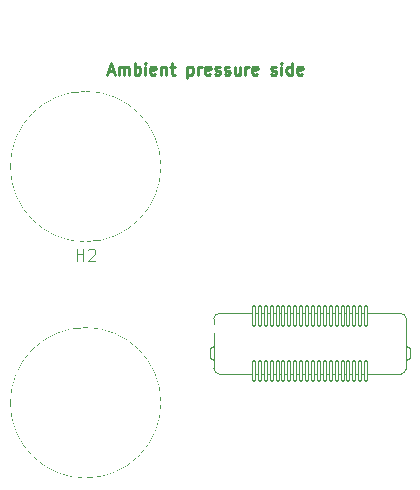
<source format=gbr>
%TF.GenerationSoftware,KiCad,Pcbnew,7.0.2*%
%TF.CreationDate,2023-11-07T11:53:16-07:00*%
%TF.ProjectId,Gateway06,47617465-7761-4793-9036-2e6b69636164,rev?*%
%TF.SameCoordinates,Original*%
%TF.FileFunction,Legend,Top*%
%TF.FilePolarity,Positive*%
%FSLAX46Y46*%
G04 Gerber Fmt 4.6, Leading zero omitted, Abs format (unit mm)*
G04 Created by KiCad (PCBNEW 7.0.2) date 2023-11-07 11:53:16*
%MOMM*%
%LPD*%
G01*
G04 APERTURE LIST*
G04 Aperture macros list*
%AMRoundRect*
0 Rectangle with rounded corners*
0 $1 Rounding radius*
0 $2 $3 $4 $5 $6 $7 $8 $9 X,Y pos of 4 corners*
0 Add a 4 corners polygon primitive as box body*
4,1,4,$2,$3,$4,$5,$6,$7,$8,$9,$2,$3,0*
0 Add four circle primitives for the rounded corners*
1,1,$1+$1,$2,$3*
1,1,$1+$1,$4,$5*
1,1,$1+$1,$6,$7*
1,1,$1+$1,$8,$9*
0 Add four rect primitives between the rounded corners*
20,1,$1+$1,$2,$3,$4,$5,0*
20,1,$1+$1,$4,$5,$6,$7,0*
20,1,$1+$1,$6,$7,$8,$9,0*
20,1,$1+$1,$8,$9,$2,$3,0*%
G04 Aperture macros list end*
%ADD10C,0.250000*%
%ADD11C,0.100000*%
%ADD12C,0.120000*%
%ADD13C,3.200000*%
%ADD14C,2.150000*%
%ADD15C,1.600000*%
%ADD16C,1.450000*%
%ADD17RoundRect,0.050000X-0.125000X-0.850000X0.125000X-0.850000X0.125000X0.850000X-0.125000X0.850000X0*%
G04 APERTURE END LIST*
D10*
X-8090095Y18073095D02*
X-7613905Y18073095D01*
X-8185333Y17787380D02*
X-7852000Y18787380D01*
X-7852000Y18787380D02*
X-7518667Y17787380D01*
X-7185333Y17787380D02*
X-7185333Y18454047D01*
X-7185333Y18358809D02*
X-7137714Y18406428D01*
X-7137714Y18406428D02*
X-7042476Y18454047D01*
X-7042476Y18454047D02*
X-6899619Y18454047D01*
X-6899619Y18454047D02*
X-6804381Y18406428D01*
X-6804381Y18406428D02*
X-6756762Y18311190D01*
X-6756762Y18311190D02*
X-6756762Y17787380D01*
X-6756762Y18311190D02*
X-6709143Y18406428D01*
X-6709143Y18406428D02*
X-6613905Y18454047D01*
X-6613905Y18454047D02*
X-6471048Y18454047D01*
X-6471048Y18454047D02*
X-6375809Y18406428D01*
X-6375809Y18406428D02*
X-6328190Y18311190D01*
X-6328190Y18311190D02*
X-6328190Y17787380D01*
X-5852000Y17787380D02*
X-5852000Y18787380D01*
X-5852000Y18406428D02*
X-5756762Y18454047D01*
X-5756762Y18454047D02*
X-5566286Y18454047D01*
X-5566286Y18454047D02*
X-5471048Y18406428D01*
X-5471048Y18406428D02*
X-5423429Y18358809D01*
X-5423429Y18358809D02*
X-5375810Y18263571D01*
X-5375810Y18263571D02*
X-5375810Y17977857D01*
X-5375810Y17977857D02*
X-5423429Y17882619D01*
X-5423429Y17882619D02*
X-5471048Y17835000D01*
X-5471048Y17835000D02*
X-5566286Y17787380D01*
X-5566286Y17787380D02*
X-5756762Y17787380D01*
X-5756762Y17787380D02*
X-5852000Y17835000D01*
X-4947238Y17787380D02*
X-4947238Y18454047D01*
X-4947238Y18787380D02*
X-4994857Y18739761D01*
X-4994857Y18739761D02*
X-4947238Y18692142D01*
X-4947238Y18692142D02*
X-4899619Y18739761D01*
X-4899619Y18739761D02*
X-4947238Y18787380D01*
X-4947238Y18787380D02*
X-4947238Y18692142D01*
X-4090096Y17835000D02*
X-4185334Y17787380D01*
X-4185334Y17787380D02*
X-4375810Y17787380D01*
X-4375810Y17787380D02*
X-4471048Y17835000D01*
X-4471048Y17835000D02*
X-4518667Y17930238D01*
X-4518667Y17930238D02*
X-4518667Y18311190D01*
X-4518667Y18311190D02*
X-4471048Y18406428D01*
X-4471048Y18406428D02*
X-4375810Y18454047D01*
X-4375810Y18454047D02*
X-4185334Y18454047D01*
X-4185334Y18454047D02*
X-4090096Y18406428D01*
X-4090096Y18406428D02*
X-4042477Y18311190D01*
X-4042477Y18311190D02*
X-4042477Y18215952D01*
X-4042477Y18215952D02*
X-4518667Y18120714D01*
X-3613905Y18454047D02*
X-3613905Y17787380D01*
X-3613905Y18358809D02*
X-3566286Y18406428D01*
X-3566286Y18406428D02*
X-3471048Y18454047D01*
X-3471048Y18454047D02*
X-3328191Y18454047D01*
X-3328191Y18454047D02*
X-3232953Y18406428D01*
X-3232953Y18406428D02*
X-3185334Y18311190D01*
X-3185334Y18311190D02*
X-3185334Y17787380D01*
X-2852000Y18454047D02*
X-2471048Y18454047D01*
X-2709143Y18787380D02*
X-2709143Y17930238D01*
X-2709143Y17930238D02*
X-2661524Y17835000D01*
X-2661524Y17835000D02*
X-2566286Y17787380D01*
X-2566286Y17787380D02*
X-2471048Y17787380D01*
X-1375809Y18454047D02*
X-1375809Y17454047D01*
X-1375809Y18406428D02*
X-1280571Y18454047D01*
X-1280571Y18454047D02*
X-1090095Y18454047D01*
X-1090095Y18454047D02*
X-994857Y18406428D01*
X-994857Y18406428D02*
X-947238Y18358809D01*
X-947238Y18358809D02*
X-899619Y18263571D01*
X-899619Y18263571D02*
X-899619Y17977857D01*
X-899619Y17977857D02*
X-947238Y17882619D01*
X-947238Y17882619D02*
X-994857Y17835000D01*
X-994857Y17835000D02*
X-1090095Y17787380D01*
X-1090095Y17787380D02*
X-1280571Y17787380D01*
X-1280571Y17787380D02*
X-1375809Y17835000D01*
X-471047Y17787380D02*
X-471047Y18454047D01*
X-471047Y18263571D02*
X-423428Y18358809D01*
X-423428Y18358809D02*
X-375809Y18406428D01*
X-375809Y18406428D02*
X-280571Y18454047D01*
X-280571Y18454047D02*
X-185333Y18454047D01*
X528952Y17835000D02*
X433714Y17787380D01*
X433714Y17787380D02*
X243238Y17787380D01*
X243238Y17787380D02*
X148000Y17835000D01*
X148000Y17835000D02*
X100381Y17930238D01*
X100381Y17930238D02*
X100381Y18311190D01*
X100381Y18311190D02*
X148000Y18406428D01*
X148000Y18406428D02*
X243238Y18454047D01*
X243238Y18454047D02*
X433714Y18454047D01*
X433714Y18454047D02*
X528952Y18406428D01*
X528952Y18406428D02*
X576571Y18311190D01*
X576571Y18311190D02*
X576571Y18215952D01*
X576571Y18215952D02*
X100381Y18120714D01*
X957524Y17835000D02*
X1052762Y17787380D01*
X1052762Y17787380D02*
X1243238Y17787380D01*
X1243238Y17787380D02*
X1338476Y17835000D01*
X1338476Y17835000D02*
X1386095Y17930238D01*
X1386095Y17930238D02*
X1386095Y17977857D01*
X1386095Y17977857D02*
X1338476Y18073095D01*
X1338476Y18073095D02*
X1243238Y18120714D01*
X1243238Y18120714D02*
X1100381Y18120714D01*
X1100381Y18120714D02*
X1005143Y18168333D01*
X1005143Y18168333D02*
X957524Y18263571D01*
X957524Y18263571D02*
X957524Y18311190D01*
X957524Y18311190D02*
X1005143Y18406428D01*
X1005143Y18406428D02*
X1100381Y18454047D01*
X1100381Y18454047D02*
X1243238Y18454047D01*
X1243238Y18454047D02*
X1338476Y18406428D01*
X1767048Y17835000D02*
X1862286Y17787380D01*
X1862286Y17787380D02*
X2052762Y17787380D01*
X2052762Y17787380D02*
X2148000Y17835000D01*
X2148000Y17835000D02*
X2195619Y17930238D01*
X2195619Y17930238D02*
X2195619Y17977857D01*
X2195619Y17977857D02*
X2148000Y18073095D01*
X2148000Y18073095D02*
X2052762Y18120714D01*
X2052762Y18120714D02*
X1909905Y18120714D01*
X1909905Y18120714D02*
X1814667Y18168333D01*
X1814667Y18168333D02*
X1767048Y18263571D01*
X1767048Y18263571D02*
X1767048Y18311190D01*
X1767048Y18311190D02*
X1814667Y18406428D01*
X1814667Y18406428D02*
X1909905Y18454047D01*
X1909905Y18454047D02*
X2052762Y18454047D01*
X2052762Y18454047D02*
X2148000Y18406428D01*
X3052762Y18454047D02*
X3052762Y17787380D01*
X2624191Y18454047D02*
X2624191Y17930238D01*
X2624191Y17930238D02*
X2671810Y17835000D01*
X2671810Y17835000D02*
X2767048Y17787380D01*
X2767048Y17787380D02*
X2909905Y17787380D01*
X2909905Y17787380D02*
X3005143Y17835000D01*
X3005143Y17835000D02*
X3052762Y17882619D01*
X3528953Y17787380D02*
X3528953Y18454047D01*
X3528953Y18263571D02*
X3576572Y18358809D01*
X3576572Y18358809D02*
X3624191Y18406428D01*
X3624191Y18406428D02*
X3719429Y18454047D01*
X3719429Y18454047D02*
X3814667Y18454047D01*
X4528953Y17835000D02*
X4433715Y17787380D01*
X4433715Y17787380D02*
X4243239Y17787380D01*
X4243239Y17787380D02*
X4148001Y17835000D01*
X4148001Y17835000D02*
X4100382Y17930238D01*
X4100382Y17930238D02*
X4100382Y18311190D01*
X4100382Y18311190D02*
X4148001Y18406428D01*
X4148001Y18406428D02*
X4243239Y18454047D01*
X4243239Y18454047D02*
X4433715Y18454047D01*
X4433715Y18454047D02*
X4528953Y18406428D01*
X4528953Y18406428D02*
X4576572Y18311190D01*
X4576572Y18311190D02*
X4576572Y18215952D01*
X4576572Y18215952D02*
X4100382Y18120714D01*
X5719430Y17835000D02*
X5814668Y17787380D01*
X5814668Y17787380D02*
X6005144Y17787380D01*
X6005144Y17787380D02*
X6100382Y17835000D01*
X6100382Y17835000D02*
X6148001Y17930238D01*
X6148001Y17930238D02*
X6148001Y17977857D01*
X6148001Y17977857D02*
X6100382Y18073095D01*
X6100382Y18073095D02*
X6005144Y18120714D01*
X6005144Y18120714D02*
X5862287Y18120714D01*
X5862287Y18120714D02*
X5767049Y18168333D01*
X5767049Y18168333D02*
X5719430Y18263571D01*
X5719430Y18263571D02*
X5719430Y18311190D01*
X5719430Y18311190D02*
X5767049Y18406428D01*
X5767049Y18406428D02*
X5862287Y18454047D01*
X5862287Y18454047D02*
X6005144Y18454047D01*
X6005144Y18454047D02*
X6100382Y18406428D01*
X6576573Y17787380D02*
X6576573Y18454047D01*
X6576573Y18787380D02*
X6528954Y18739761D01*
X6528954Y18739761D02*
X6576573Y18692142D01*
X6576573Y18692142D02*
X6624192Y18739761D01*
X6624192Y18739761D02*
X6576573Y18787380D01*
X6576573Y18787380D02*
X6576573Y18692142D01*
X7481334Y17787380D02*
X7481334Y18787380D01*
X7481334Y17835000D02*
X7386096Y17787380D01*
X7386096Y17787380D02*
X7195620Y17787380D01*
X7195620Y17787380D02*
X7100382Y17835000D01*
X7100382Y17835000D02*
X7052763Y17882619D01*
X7052763Y17882619D02*
X7005144Y17977857D01*
X7005144Y17977857D02*
X7005144Y18263571D01*
X7005144Y18263571D02*
X7052763Y18358809D01*
X7052763Y18358809D02*
X7100382Y18406428D01*
X7100382Y18406428D02*
X7195620Y18454047D01*
X7195620Y18454047D02*
X7386096Y18454047D01*
X7386096Y18454047D02*
X7481334Y18406428D01*
X8338477Y17835000D02*
X8243239Y17787380D01*
X8243239Y17787380D02*
X8052763Y17787380D01*
X8052763Y17787380D02*
X7957525Y17835000D01*
X7957525Y17835000D02*
X7909906Y17930238D01*
X7909906Y17930238D02*
X7909906Y18311190D01*
X7909906Y18311190D02*
X7957525Y18406428D01*
X7957525Y18406428D02*
X8052763Y18454047D01*
X8052763Y18454047D02*
X8243239Y18454047D01*
X8243239Y18454047D02*
X8338477Y18406428D01*
X8338477Y18406428D02*
X8386096Y18311190D01*
X8386096Y18311190D02*
X8386096Y18215952D01*
X8386096Y18215952D02*
X7909906Y18120714D01*
D11*
%TO.C,H2*%
X-10761904Y2037380D02*
X-10761904Y3037380D01*
X-10761904Y2561190D02*
X-10190476Y2561190D01*
X-10190476Y2037380D02*
X-10190476Y3037380D01*
X-9761904Y2942142D02*
X-9714285Y2989761D01*
X-9714285Y2989761D02*
X-9619047Y3037380D01*
X-9619047Y3037380D02*
X-9380952Y3037380D01*
X-9380952Y3037380D02*
X-9285714Y2989761D01*
X-9285714Y2989761D02*
X-9238095Y2942142D01*
X-9238095Y2942142D02*
X-9190476Y2846904D01*
X-9190476Y2846904D02*
X-9190476Y2751666D01*
X-9190476Y2751666D02*
X-9238095Y2608809D01*
X-9238095Y2608809D02*
X-9809523Y2037380D01*
X-9809523Y2037380D02*
X-9190476Y2037380D01*
%TO.C,H1*%
X-10761904Y22037380D02*
X-10761904Y23037380D01*
X-10761904Y22561190D02*
X-10190476Y22561190D01*
X-10190476Y22037380D02*
X-10190476Y23037380D01*
X-9190476Y22037380D02*
X-9761904Y22037380D01*
X-9476190Y22037380D02*
X-9476190Y23037380D01*
X-9476190Y23037380D02*
X-9571428Y22894523D01*
X-9571428Y22894523D02*
X-9666666Y22799285D01*
X-9666666Y22799285D02*
X-9761904Y22751666D01*
%TO.C,H2*%
X-3650000Y-10000000D02*
G75*
G03*
X-3650000Y-10000000I-6350000J0D01*
G01*
%TO.C,H1*%
X-3650000Y10000000D02*
G75*
G03*
X-3650000Y10000000I-6350000J0D01*
G01*
D12*
%TO.C,U2*%
X540000Y-5370000D02*
X540000Y-6170000D01*
X540000Y-5370000D02*
X860000Y-5170000D01*
X540000Y-6170000D02*
X860000Y-6370000D01*
X860000Y-2890000D02*
X860000Y-7110000D01*
X1310000Y-2440000D02*
X16690000Y-2440000D01*
X1310000Y-7560000D02*
X16690000Y-7560000D01*
X17140000Y-7110000D02*
X17140000Y-2890000D01*
X17460000Y-5370000D02*
X17140000Y-5170000D01*
X17460000Y-5370000D02*
X17460000Y-6170000D01*
X17460000Y-6170000D02*
X17140000Y-6370000D01*
X1310000Y-2440000D02*
G75*
G03*
X860000Y-2890000I0J-450000D01*
G01*
X860000Y-7110000D02*
G75*
G03*
X1310000Y-7560000I450000J0D01*
G01*
X17140000Y-2890000D02*
G75*
G03*
X16690000Y-2440000I-450000J0D01*
G01*
X16690000Y-7560000D02*
G75*
G03*
X17140000Y-7110000I0J450000D01*
G01*
%TD*%
%LPC*%
D13*
X25400000Y0D02*
G75*
G03*
X25400000Y0I-25400000J0D01*
G01*
D14*
%TO.C,H2*%
X-4699764Y-10000000D02*
G75*
G03*
X-4699764Y-10000000I-5300236J0D01*
G01*
%TO.C,H1*%
X-4699764Y10000000D02*
G75*
G03*
X-4699764Y10000000I-5300236J0D01*
G01*
%TD*%
D15*
%TO.C,U2*%
X1605000Y-3740000D03*
D16*
X3080000Y-5740000D03*
X14920000Y-5740000D03*
D15*
X16395000Y-3740000D03*
D17*
X13750000Y-7350000D03*
X13750000Y-2650000D03*
X13250000Y-7350000D03*
X13250000Y-2650000D03*
X12750000Y-7350000D03*
X12750000Y-2650000D03*
X12250000Y-7350000D03*
X12250000Y-2650000D03*
X11750000Y-7350000D03*
X11750000Y-2650000D03*
X11250000Y-7350000D03*
X11250000Y-2650000D03*
X10750000Y-7350000D03*
X10750000Y-2650000D03*
X10250000Y-7350000D03*
X10250000Y-2650000D03*
X9750000Y-7350000D03*
X9750000Y-2650000D03*
X9250000Y-7350000D03*
X9250000Y-2650000D03*
X8750000Y-7350000D03*
X8750000Y-2650000D03*
X8250000Y-7350000D03*
X8250000Y-2650000D03*
X7750000Y-7350000D03*
X7750000Y-2650000D03*
X7250000Y-7350000D03*
X7250000Y-2650000D03*
X6750000Y-7350000D03*
X6750000Y-2650000D03*
X6250000Y-7350000D03*
X6250000Y-2650000D03*
X5750000Y-7350000D03*
X5750000Y-2650000D03*
X5250000Y-7350000D03*
X5250000Y-2650000D03*
X4750000Y-7350000D03*
X4750000Y-2650000D03*
X4250000Y-7350000D03*
X4250000Y-2650000D03*
%TD*%
D15*
%TO.C,U1*%
X1605000Y3740000D03*
D16*
X3080000Y5740000D03*
X14920000Y5740000D03*
D15*
X16395000Y3740000D03*
%TD*%
%LPD*%
M02*

</source>
